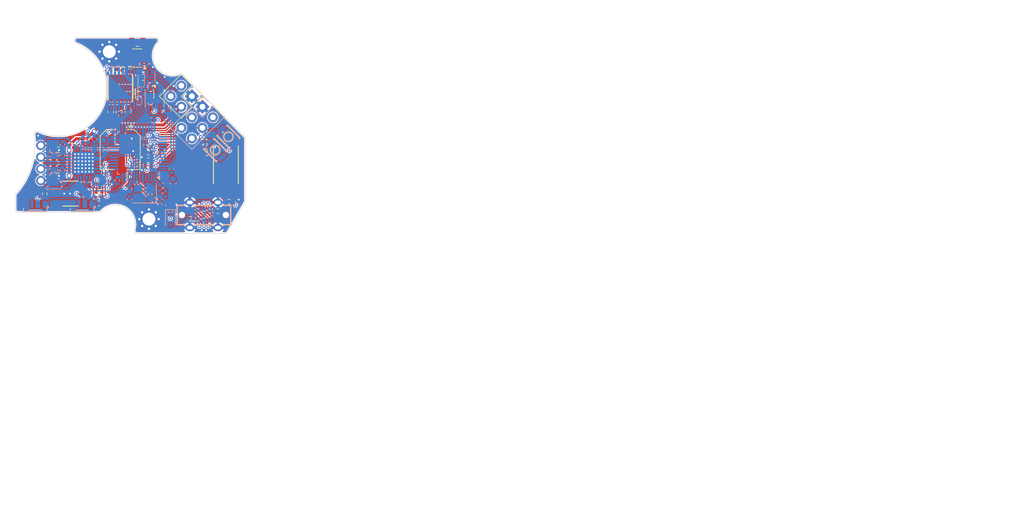
<source format=kicad_pcb>
(kicad_pcb (version 20241229) (generator "pcbnew") (generator_version "9.0")
  (layers (0 "F.Cu" signal) (4 "In1.Cu" signal) (6 "In2.Cu" signal) (2 "B.Cu" signal) (13 "F.Paste" user) (15 "B.Paste" user) (5 "F.SilkS" user "F.Silkscreen") (7 "B.SilkS" user "B.Silkscreen") (1 "F.Mask" user) (3 "B.Mask" user) (25 "Edge.Cuts" user))
  (net 0 "")
  (net 1 "GND")
  (net 2 "Net-(IC1-5VOUT)")
  (net 3 "Net-(IC1-CPI)")
  (net 4 "Net-(IC1-CPO)")
  (net 5 "Net-(IC1-VCP)")
  (net 6 "STEP_1_B2")
  (net 7 "STEP_1_B1")
  (net 8 "STEP_1_A2")
  (net 9 "STEP_1_A1")
  (net 10 "Net-(D5-A)")
  (net 11 "TMC_ENN")
  (net 12 "TMC_DIR")
  (net 13 "TMC_DIAG")
  (net 14 "TMC_UART")
  (net 15 "TMC_STEP")
  (net 21 "Net-(J14-CC2)")
  (net 22 "Net-(J14-CC1)")
  (net 23 "Net-(D6-A)")
  (net 24 "Net-(U2-PA2)")
  (net 26 "AS_SCK")
  (net 28 "DEBUG_SWO")
  (net 30 "TMC_BRB")
  (net 31 "TMC_BRA")
  (net 32 "USB_D-")
  (net 33 "USB_D+")
  (net 34 "CAN_TX")
  (net 35 "CAN_RX")
  (net 37 "CAN_H")
  (net 38 "CAN_L")
  (net 39 "VDC")
  (net 40 "+5V")
  (net 41 "+3V3")
  (net 43 "DEBUG_SWCLK")
  (net 44 "DEBUG_SWDIO")
  (net 45 "BOOT_0")
  (net 46 "BOOT_1")
  (net 47 "NRST")
  (net 48 "HSE_OSC_OUT")
  (net 49 "HSE_OSC_IN")
  (net 50 "AS_NSS")
  (net 51 "LED_0")
  (net 54 "Net-(U7-ANODE)")
  (net 55 "Net-(U3-ANODE)")
  (net 58 "/MCU/CAN_H_CHOKE")
  (net 60 "ENDSTOP_Z")
  (net 61 "ENDSTOP_X")
  (net 63 "/MCU/CAN_L_CHOKE")
  (net 66 "AS_MISO")
  (net 67 "AS_MOSI")
  (net 76 "Net-(U6-BST)")
  (net 77 "Net-(U6-SW)")
  (net 78 "LED_DIN")
  (net 79 "Net-(U3-OUTPUT)")
  (net 80 "Net-(U7-OUTPUT)")
  (net 81 "Net-(LED1-DOUT)")
  (net 82 "Net-(U2-PA4)")
  (net 84 "/MCU/DAMPEND_USB_D-")
  (net 85 "/MCU/DAMPEND_USB_D+")
  (footprint "Capacitor_SMD:C_0603_1608Metric" (layer "F.Cu") (at 114.4 98.175)
    (property "Reference" "C3" (hide yes))
    (property "Value" "1uF 16V" (hide yes))
  )
  (footprint "Capacitor_SMD:C_0805_2012Metric" (layer "F.Cu") (at 113.4125 92.1625 180)
    (property "Reference" "C27" (hide yes))
    (property "Value" "10uF 50V" (hide yes))
  )
  (footprint "Resistor_SMD:R_0402_1005Metric" (layer "F.Cu") (at 106.875 117.71)
    (property "Reference" "R2" (hide yes))
    (property "Value" "10K" (hide yes))
  )
  (footprint "Vortac:IND-SMD_L4.0-W4.0_FNR40XXS" (layer "F.Cu") (at 110.525 100 -90)
    (property "Reference" "L3" (hide yes))
    (property "Value" "4.7uH" (hide yes))
  )
  (footprint "Vortac:Motor_Hand_Wire_pads" (layer "F.Cu") (at 96.96 115.78 180)
    (property "Reference" "J15" (hide yes))
    (property "Value" "STEPPER" (hide yes))
  )
  (footprint "Capacitor_SMD:CP_Elec_6.3x7.7" (layer "F.Cu") (at 110.49 110.49 -90)
    (property "Reference" "C34" (hide yes))
    (property "Value" "100uF 35V" (hide yes))
  )
  (footprint "Vortac:VORTAC_Logo_Gold" (layer "F.Cu") (at 121.13 115.51)
    (property "Reference" "X1" (hide yes))
    (property "Value" "Logo Gold" (hide yes))
  )
  (footprint "Capacitor_SMD:C_0603_1608Metric" (layer "F.Cu") (at 111.8 104.1 -90)
    (property "Reference" "C8" (hide yes))
    (property "Value" "1uF 16V" (hide yes))
  )
  (footprint "Capacitor_SMD:C_0603_1608Metric" (layer "F.Cu") (at 110.325 104.1 -90)
    (property "Reference" "C31" (hide yes))
    (property "Value" "22uF 16V" (hide yes))
  )
  (footprint "Capacitor_SMD:C_0402_1005Metric" (layer "F.Cu") (at 125.27 109.16)
    (property "Reference" "C13" (hide yes))
    (property "Value" "0.1uF 50V" (hide yes))
  )
  (footprint "Capacitor_SMD:C_0603_1608Metric" (layer "F.Cu") (at 99.95 113.51)
    (property "Reference" "C4" (hide yes))
    (property "Value" "470pF 100V" (hide yes))
  )
  (footprint "Resistor_SMD:R_0402_1005Metric" (layer "F.Cu") (at 115.260026 110.07949)
    (property "Reference" "R36" (hide yes))
    (property "Value" "22R" (hide yes))
  )
  (footprint "Resistor_SMD:R_0402_1005Metric" (layer "F.Cu") (at 97.625 118.05 90)
    (property "Reference" "R6" (hide yes))
    (property "Value" "330R" (hide yes))
  )
  (footprint "Resistor_SMD:R_0402_1005Metric" (layer "F.Cu") (at 129.06 119.38 180)
    (property "Reference" "R5" (hide yes))
    (property "Value" "330R" (hide yes))
  )
  (footprint "Resistor_SMD:R_0402_1005Metric" (layer "F.Cu") (at 115.260026 111.01949)
    (property "Reference" "R35" (hide yes))
    (property "Value" "22R" (hide yes))
  )
  (footprint "Package_TO_SOT_SMD:TSOT-23-6" (layer "F.Cu") (at 113.4 94.9 180)
    (property "Reference" "U6" (hide yes))
    (property "Value" "AP63205WU" (hide yes))
  )
  (footprint "Resistor_SMD:R_0402_1005Metric" (layer "F.Cu") (at 115.26 112.29 180)
    (property "Reference" "R11" (hide yes))
    (property "Value" "10K" (hide yes))
  )
  (footprint "Resistor_SMD:R_0402_1005Metric" (layer "F.Cu") (at 109.39 96.79)
    (property "Reference" "R14" (hide yes))
    (property "Value" "10K" (hide yes))
  )
  (footprint "Capacitor_SMD:C_0402_1005Metric" (layer "F.Cu") (at 125.27 110.15 180)
    (property "Reference" "C25" (hide yes))
    (property "Value" "0.1uF 50V" (hide yes))
  )
  (footprint "Resistor_SMD:R_0402_1005Metric" (layer "F.Cu") (at 125.26 111.16)
    (property "Reference" "R15" (hide yes))
    (property "Value" "1K" (hide yes))
  )
  (footprint "Vortac:SENSOR_EE-SX3350_OMR" (layer "F.Cu") (at 128.5 113.1 90)
    (property "Reference" "U7" (hide yes))
    (property "Value" "EE-SX3350" (hide yes))
  )
  (footprint "Resistor_SMD:R_0402_1005Metric" (layer "F.Cu") (at 115.26 113.24)
    (property "Reference" "R8" (hide yes))
    (property "Value" "10K" (hide yes))
  )
  (footprint "Resistor_SMD:R_0402_1005Metric" (layer "F.Cu") (at 106.875 118.725 180)
    (property "Reference" "R1" (hide yes))
    (property "Value" "1K" (hide yes))
  )
  (footprint "Vortac:MountingHole_2.2mm_M2_Pad_Via_NTR" (layer "F.Cu") (at 115.39 122.35)
    (property "Reference" "H1" (hide yes))
    (property "Value" "MountingHole_Pad" (hide yes))
  )
  (footprint "Vortac:MountingHole_2.2mm_M2_Pad_Via_NTR" (layer "F.Cu") (at 108.63 93.81)
    (property "Reference" "H2" (hide yes))
    (property "Value" "MountingHole_Pad" (hide yes))
  )
  (footprint "Package_TO_SOT_SMD:SOT-23-5" (layer "F.Cu") (at 114.65 100.9875 -90)
    (property "Reference" "U1" (hide yes))
    (property "Value" "TLV73333PDBV" (hide yes))
  )
  (footprint "Capacitor_SMD:C_0603_1608Metric" (layer "F.Cu") (at 108.85 104.1 -90)
    (property "Reference" "C30" (hide yes))
    (property "Value" "22uF 16V" (hide yes))
  )
  (footprint "Capacitor_SMD:C_0603_1608Metric" (layer "F.Cu") (at 99.95 112.05)
    (property "Reference" "C6" (hide yes))
    (property "Value" "470pF 100V" (hide yes))
  )
  (footprint "Resistor_SMD:R_0402_1005Metric" (layer "F.Cu") (at 127.13 121 180)
    (property "Reference" "R3" (hide yes))
    (property "Value" "5.1K" (hide yes))
  )
  (footprint "Capacitor_SMD:C_0603_1608Metric" (layer "F.Cu") (at 99.955 110.59)
    (property "Reference" "C9" (hide yes))
    (property "Value" "470pF 100V" (hide yes))
  )
  (footprint "Resistor_SMD:R_0402_1005Metric" (layer "F.Cu") (at 122.39 122.31)
    (property "Reference" "R4" (hide yes))
    (property "Value" "5.1K" (hide yes))
  )
  (footprint "Capacitor_SMD:C_0402_1005Metric" (layer "F.Cu") (at 106.85 119.72)
    (property "Reference" "C19" (hide yes))
    (property "Value" "0.1uF 50V" (hide yes))
  )
  (footprint "Connector_PinHeader_2.54mm:PinHeader_2x02_P2.54mm_Vertical" (layer "F.Cu") (at 122.7 101.4 -135)
    (property "Reference" "J3" (hide yes))
    (property "Value" "Conn_02x02_Odd_Even" (hide yes))
  )
  (footprint "Vortac:SENSOR_EE-SX4320_OMR" (layer "F.Cu") (at 102 118)
    (property "Reference" "U3" (hide yes))
    (property "Value" "EE-SX4320" (hide yes))
  )
  (footprint "Capacitor_SMD:C_0603_1608Metric" (layer "F.Cu") (at 99.95 114.97)
    (property "Reference" "C1" (hide yes))
    (property "Value" "470pF 100V" (hide yes))
  )
  (footprint "Capacitor_SMD:C_0402_1005Metric" (layer "F.Cu") (at 110.85 96.495 90)
    (property "Reference" "C28" (hide yes))
    (property "Value" "0.1uF 50V" (hide yes))
  )
  (footprint "Resistor_SMD:R_0402_1005Metric" (layer "F.Cu") (at 112.03 115.14 -90)
    (property "Reference" "R9" (hide yes))
    (property "Value" "10K" (hide yes))
  )
  (footprint "Capacitor_SMD:C_0402_1005Metric" (layer "B.Cu") (at 110.24 104.33)
    (property "Reference" "C15" (hide yes))
    (property "Value" "0.1uF 50V" (hide yes))
  )
  (footprint "Capacitor_SMD:C_0402_1005Metric" (layer "B.Cu") (at 112.08 118.99 -90)
    (property "Reference" "C43" (hide yes))
    (property "Value" "16pF 50V" (hide yes))
  )
  (footprint "Capacitor_SMD:C_0402_1005Metric" (layer "B.Cu") (at 104.575 109.2 180)
    (property "Reference" "C23" (hide yes))
    (property "Value" "22nF 50V" (hide yes))
  )
  (footprint "Vortac:KEY-SMD_B3U-1000PM" (layer "B.Cu") (at 126.68 110.59 -45)
    (property "Reference" "SW1" (hide yes))
    (property "Value" "Boot" (hide yes))
  )
  (footprint "Capacitor_SMD:C_0402_1005Metric" (layer "B.Cu") (at 117.24 118.97 90)
    (property "Reference" "C42" (hide yes))
    (property "Value" "16pF 50V" (hide yes))
  )
  (footprint "Capacitor_SMD:C_0402_1005Metric" (layer "B.Cu") (at 119.16 103.56)
    (property "Reference" "C17" (hide yes))
    (property "Value" "0.1uF 50V" (hide yes))
  )
  (footprint "Package_QFP:LQFP-48_7x7mm_P0.5mm" (layer "B.Cu") (at 113.6 111.075 90)
    (property "Reference" "U2" (hide yes))
    (property "Value" "STM32F103C8T6" (hide yes))
  )
  (footprint "Resistor_SMD:R_0402_1005Metric" (layer "B.Cu") (at 104.65 108.275)
    (property "Reference" "R32" (hide yes))
    (property "Value" "10K" (hide yes))
  )
  (footprint "Vortac:tmc_2209_package" (layer "B.Cu") (at 104.29 112.78 -90)
    (property "Reference" "IC1" (hide yes))
    (property "Value" "TMC2209-LA" (hide yes))
  )
  (footprint "Resistor_SMD:R_0805_2012Metric" (layer "B.Cu") (at 99.215 110.7075 -90)
    (property "Reference" "R30" (hide yes))
    (property "Value" "0.22R 1%" (hide yes))
  )
  (footprint "Resistor_SMD:R_0402_1005Metric" (layer "B.Cu") (at 109.98 115.76 -90)
    (property "Reference" "R13" (hide yes))
    (property "Value" "1K" (hide yes))
  )
  (footprint "Capacitor_SMD:C_0402_1005Metric" (layer "B.Cu") (at 115.85 105.45)
    (property "Reference" "C36" (hide yes))
    (property "Value" "0.1uF 50V" (hide yes))
  )
  (footprint "Capacitor_SMD:C_0603_1608Metric" (layer "B.Cu") (at 107.675 108.15 90)
    (property "Reference" "C22" (hide yes))
    (property "Value" "4.7uF 50V" (hide yes))
  )
  (footprint "Capacitor_SMD:C_0402_1005Metric" (layer "B.Cu") (at 100.65 115.91 -90)
    (property "Reference" "C26" (hide yes))
    (property "Value" "0.1uF 50V" (hide yes))
  )
  (footprint "Capacitor_SMD:C_0402_1005Metric" (layer "B.Cu") (at 106.51 116.38)
    (property "Reference" "C21" (hide yes))
    (property "Value" "0.1uF 50V" (hide yes))
  )
  (footprint "Connector_PinSocket_2.54mm:PinSocket_2x03_P2.54mm_Vertical" (layer "B.Cu") (at 124.503949 103.203949 135)
    (property "Reference" "J1" (hide yes))
    (property "Value" "DEBUG" (hide yes))
  )
  (footprint "Capacitor_SMD:C_0402_1005Metric" (layer "B.Cu") (at 112.08 117.15 90)
    (property "Reference" "C33" (hide yes))
    (property "Value" "0.1uF 50V" (hide yes))
  )
  (footprint "Diode_SMD:D_SOD-323" (layer "B.Cu") (at 119.04 122.3475 -90)
    (property "Reference" "D5" (hide yes))
    (property "Value" "D_Schottky" (hide yes))
  )
  (footprint "Resistor_SMD:R_0402_1005Metric" (layer "B.Cu") (at 107.98 110.68 -90)
    (property "Reference" "R12" (hide yes))
    (property "Value" "10K" (hide yes))
  )
  (footprint "Vortac:USB-C-SMD_TYPEC-303-ACP16" (layer "B.Cu") (at 124.756 121.651)
    (property "Reference" "J14" (hide yes))
    (property "Value" "918-418K2023S40001" (hide yes))
  )
  (footprint "Resistor_SMD:R_0402_1005Metric" (layer "B.Cu") (at 106.5 118.43)
    (property "Reference" "R7" (hide yes))
    (property "Value" "115R" (hide yes))
  )
  (footprint "Vortac:LED-SMD_4P-L4.0-W1.6-L" (layer "B.Cu") (at 104 119.8 180)
    (property "Reference" "LED1" (hide yes))
    (property "Value" "SK6812SIDE-A-RVS" (hide yes))
  )
  (footprint "Capacitor_SMD:C_0402_1005Metric" (layer "B.Cu") (at 106.05 108.725 90)
    (property "Reference" "C24" (hide yes))
    (property "Value" "0.1uF 50V" (hide yes))
  )
  (footprint "Vortac:LED-SMD_4P-L4.0-W1.6-L" (layer "B.Cu") (at 96 119.8 180)
    (property "Reference" "LED2" (hide yes))
    (property "Value" "SK6812SIDE-A-RVS" (hide yes))
  )
  (footprint "Capacitor_SMD:C_0402_1005Metric" (layer "B.Cu") (at 119.23 113.89 -90)
    (property "Reference" "C37" (hide yes))
    (property "Value" "0.1uF 50V" (hide yes))
  )
  (footprint "Package_SO:TSSOP-14_4.4x5mm_P0.65mm" (layer "B.Cu") (at 110.91 100 -90)
    (property "Reference" "U5" (hide yes))
    (property "Value" "AS5047D" (hide yes))
  )
  (footprint "Resistor_SMD:R_0402_1005Metric" (layer "B.Cu") (at 117.73 117.55 180)
    (property "Reference" "R38" (hide yes))
    (property "Value" "22R" (hide yes))
  )
  (footprint "Capacitor_SMD:C_0402_1005Metric" (layer "B.Cu") (at 109.375 107 -90)
    (property "Reference" "C38" (hide yes))
    (property "Value" "0.1uF 50V" (hide yes))
  )
  (footprint "Resistor_SMD:R_0805_2012Metric" (layer "B.Cu") (at 99.22 114.8325 90)
    (property "Reference" "R34" (hide yes))
    (property "Value" "0.22R 1%" (hide yes))
  )
  (footprint "Capacitor_SMD:C_0402_1005Metric" (layer "B.Cu") (at 100.65 114.07 -90)
    (property "Reference" "C10" (hide yes))
    (property "Value" "0.1uF 50V" (hide yes))
  )
  (footprint "LED_SMD:LED_0402_1005Metric" (layer "B.Cu") (at 118.2 118.955 90)
    (property "Reference" "D6" (hide yes))
    (property "Value" "LED_Small" (hide yes))
  )
  (footprint "Capacitor_SMD:C_0402_1005Metric" (layer "B.Cu") (at 100.65 111.48 90)
    (property "Reference" "C2" (hide yes))
    (property "Value" "0.1uF 50V" (hide yes))
  )
  (footprint "Vortac:KEY-SMD_B3U-1000PM" (layer "B.Cu") (at 128.94 108.32 -45)
    (property "Reference" "SW2" (hide yes))
    (property "Value" "Reset" (hide yes))
  )
  (footprint "Vortac:L_CommonModeChoke_Coilcraft_0805USB" (layer "B.Cu") (at 115.535 98.13)
    (property "Reference" "L1" (hide yes))
    (property "Value" "Common Choke" (hide yes))
  )
  (footprint "Capacitor_SMD:C_0402_1005Metric" (layer "B.Cu") (at 117.75 116.6 180)
    (property "Reference" "C39" (hide yes))
    (property "Value" "0.1uF 50V" (hide yes))
  )
  (footprint "Vortac:HVSON-8-1EP_3x3mm_P0.65mm_EP1.6x2.4mm" (layer "B.Cu") (at 116.345 101.75 90)
    (property "Reference" "U8" (hide yes))
    (property "Value" "TJA1044GTK/3Z" (hide yes))
  )
  (footprint "Resistor_SMD:R_0402_1005Metric" (layer "B.Cu") (at 114.61 96.18 180)
    (property "Reference" "R10" (hide yes))
    (property "Value" "115R" (hide yes))
  )
  (footprint "Capacitor_SMD:C_0402_1005Metric" (layer "B.Cu") (at 114.12 99.82 90)
    (property "Reference" "C35" (hide yes))
    (property "Value" "0.1uF 50V" (hide yes))
  )
  (footprint "Capacitor_SMD:C_0402_1005Metric" (layer "B.Cu") (at 100.65 109.65 90)
    (property "Reference" "C29" (hide yes))
    (property "Value" "0.1uF 50V" (hide yes))
  )
  (footprint "Crystal:Crystal_SMD_3225-4Pin_3.2x2.5mm" (layer "B.Cu") (at 114.66 117.95 180)
    (property "Reference" "Y1" (hide yes))
    (property "Value" "8MHz" (hide yes))
  )
  (footprint "Capacitor_SMD:C_0603_1608Metric" (layer "B.Cu") (at 119.5 116.295 90)
    (property "Reference" "C40" (hide yes))
    (property "Value" "4.7uF 50V" (hide yes))
  )
  (gr_arc (start 93.12 121.162178) (mid 92.766454 121.01573) (end 92.62 120.662178) (stroke (width 0.1)) (layer "Edge.Cuts"))
  (gr_arc (start 128.802711 124.512241) (mid 128.619741 124.695211) (end 128.3698 124.762178) (stroke (width 0.1)) (layer "Edge.Cuts"))
  (gr_line (start 121.12993 97.74197) (end 131.65348 108.26552) (stroke (width 0.1)) (layer "Edge.Cuts"))
  (gr_line (start 106.855124 121.162178) (end 93.12 121.162178) (stroke (width 0.1)) (layer "Edge.Cuts"))
  (gr_arc (start 102.992436 92.365517) (mid 107.542367 103.217561) (end 96.560146 107.443615) (stroke (width 0.1)) (layer "Edge.Cuts"))
  (gr_arc (start 131.8 119.1868) (mid 131.782618 119.317515) (end 131.731669 119.439138) (stroke (width 0.1)) (layer "Edge.Cuts"))
  (gr_line (start 131.799979 108.6192) (end 131.8 108.6192) (stroke (width 0.1)) (layer "Edge.Cuts"))
  (gr_arc (start 107.229306 120.99984) (mid 111.312189 120.325629) (end 112.935023 124.132308) (stroke (width 0.1)) (layer "Edge.Cuts"))
  (gr_line (start 131.8 108.6192) (end 131.8 119.1868) (stroke (width 0.1)) (layer "Edge.Cuts"))
  (gr_line (start 92.62 120.662178) (end 92.62 118.3438) (stroke (width 0.1)) (layer "Edge.Cuts"))
  (gr_arc (start 102.992436 92.365517) (mid 102.683597 91.807153) (end 103.1749 91.4) (stroke (width 0.1)) (layer "Edge.Cuts"))
  (gr_arc (start 131.65348 108.26552) (mid 131.761894 108.42779) (end 131.799979 108.6192) (stroke (width 0.1)) (layer "Edge.Cuts"))
  (gr_arc (start 107.229306 120.99984) (mid 107.059528 121.120927) (end 106.855124 121.162178) (stroke (width 0.1)) (layer "Edge.Cuts"))
  (gr_arc (start 95.854658 107.962615) (mid 96.05411 107.494744) (end 96.560146 107.443615) (stroke (width 0.1)) (layer "Edge.Cuts"))
  (gr_arc (start 113.4179 124.762178) (mid 113.021042 124.566373) (end 112.935023 124.132308) (stroke (width 0.1)) (layer "Edge.Cuts"))
  (gr_line (start 128.3698 124.762178) (end 113.4179 124.762178) (stroke (width 0.1)) (layer "Edge.Cuts"))
  (gr_arc (start 92.62 118.3438) (mid 92.652981 118.16525) (end 92.747556 118.01025) (stroke (width 0.1)) (layer "Edge.Cuts"))
  (gr_line (start 103.1749 91.4) (end 116.5605 91.4) (stroke (width 0.1)) (layer "Edge.Cuts"))
  (gr_arc (start 120.597639 97.628581) (mid 120.880565 97.606503) (end 121.12993 97.74197) (stroke (width 0.1)) (layer "Edge.Cuts"))
  (gr_line (start 131.731669 119.439138) (end 128.802711 124.512241) (stroke (width 0.1)) (layer "Edge.Cuts"))
  (gr_arc (start 116.5605 91.4) (mid 117.018115 91.698535) (end 116.929288 92.237659) (stroke (width 0.1)) (layer "Edge.Cuts"))
  (gr_arc (start 120.597639 97.628581) (mid 116.630414 96.38461) (end 116.929288 92.237659) (stroke (width 0.1)) (layer "Edge.Cuts"))
  (gr_arc (start 95.854658 107.962615) (mid 95.399578 113.326121) (end 92.747556 118.01025) (stroke (width 0.1)) (layer "Edge.Cuts"))
  (segment (start 100.95 118) (end 99.45 118) (width 0.3) (layer "F.Cu") (net 1))
  (segment (start 112.25 94.75) (end 112.25 93.1625) (width 0.3) (layer "F.Cu") (net 1))
  (segment (start 106.045 119.4) (end 106.37 119.725) (width 0.3) (layer "F.Cu") (net 1))
  (segment (start 103.35 119.4) (end 104.55 119.4) (width 0.3) (layer "F.Cu") (net 1))
  (segment (start 129.9 117.599999) (end 128.5 117.599999) (width 0.3) (layer "F.Cu") (net 1))
  (segment (start 114.25 111.79) (end 114.75 112.29) (width 0.3) (layer "F.Cu") (net 1))
  (segment (start 104.55 119.4) (end 106.045 119.4) (width 0.3) (layer "F.Cu") (net 1))
  (segment (start 130.695 119.025) (end 129.9 118.23) (width 0.3) (layer "F.Cu") (net 1))
  (segment (start 114.71 112.33) (end 114.75 112.29) (width 0.3) (layer "F.Cu") (net 1))
  (segment (start 101.95 118) (end 103.35 119.4) (width 0.3) (layer "F.Cu") (net 1))
  (segment (start 112.25 93.1625) (end 112.45 92.9625) (width 0.3) (layer "F.Cu") (net 1))
  (segment (start 127.156 123.801) (end 126.774936 124.182064) (width 0.3) (layer "F.Cu") (net 1))
  (segment (start 122.356 123.801) (end 122.732122 124.177122) (width 0.3) (layer "F.Cu") (net 1))
  (segment (start 99.45 119.4) (end 99.45 118) (width 0.3) (layer "F.Cu") (net 1))
  (segment (start 114.18 111.79) (end 114.25 111.79) (width 0.3) (layer "F.Cu") (net 1))
  (segment (start 129.9 118.23) (end 129.9 117.599999) (width 0.3) (layer "F.Cu") (net 1))
  (via (at 112.45 108.62) (size 0.6) (drill 0.3) (layers "F.Cu" "B.Cu") (net 1))
  (via (at 125.137895 124.241183) (size 0.6) (drill 0.3) (layers "F.Cu" "B.Cu") (net 1))
  (via (at 112.7 110.75) (size 0.6) (drill 0.3) (layers "F.Cu" "B.Cu") (net 1))
  (via (at 97.710002 110.779999) (size 0.6) (drill 0.3) (layers "F.Cu" "B.Cu") (net 1))
  (via (at 116.320026 109.45949) (size 0.6) (drill 0.3) (layers "F.Cu" "B.Cu") (net 1))
  (via (at 100.95 118) (size 0.6) (drill 0.3) (layers "F.Cu" "B.Cu") (net 1))
  (via (at 123.959919 119.74) (size 0.6) (drill 0.3) (layers "F.Cu" "B.Cu") (net 1))
  (via (at 100.075 114.99) (size 0.6) (drill 0.3) (layers "F.Cu" "B.Cu") (net 1))
  (via (at 114.395 97.303001) (size 0.6) (drill 0.3) (layers "F.Cu" "B.Cu") (net 1))
  (via (at 120.254235 107.917458) (size 0.6) (drill 0.3) (layers "F.Cu" "B.Cu") (net 1))
  (via (at 118.06 100.47) (size 0.6) (drill 0.3) (layers "F.Cu" "B.Cu") (net 1))
  (via (at 100.08 110.57011) (size 0.6) (drill 0.3) (layers "F.Cu" "B.Cu") (net 1))
  (via (at 116.068001 96.431999) (size 0.6) (drill 0.3) (layers "F.Cu" "B.Cu") (net 1))
  (via (at 126.65 110.1) (size 0.6) (drill 0.3) (layers "F.Cu" "B.Cu") (net 1))
  (via (at 119.60512 99.659118) (size 0.6) (drill 0.3) (layers "F.Cu" "B.Cu") (net 1))
  (via (at 101.95 118) (size 0.6) (drill 0.3) (layers "F.Cu" "B.Cu") (net 1))
  (via (at 124.38 124.25) (size 0.6) (drill 0.3) (layers "F.Cu" "B.Cu") (net 1))
  (via (at 114.18 114.01) (size 0.6) (drill 0.3) (layers "F.Cu" "B.Cu") (net 1))
  (via (at 96.5 108.13) (size 0.6) (drill 0.3) (layers "F.Cu" "B.Cu") (net 1))
  (via (at 116.81 99.13) (size 0.6) (drill 0.3) (layers "F.Cu" "B.Cu") (net 1))
  (via (at 116.320026 111.63949) (size 0.6) (drill 0.3) (layers "F.Cu" "B.Cu") (net 1))
  (via (at 108.530001 114.613248) (size 0.6) (drill 0.3) (layers "F.Cu" "B.Cu") (net 1))
  (via (at 97.710002 114.779998) (size 0.6) (drill 0.3) (layers "F.Cu" "B.Cu") (net 1))
  (via (at 120.07 119.879) (size 0.6) (drill 0.3) (layers "F.Cu" "B.Cu") (net 1))
  (via (at 112.52 113.99) (size 0.6) (drill 0.3) (layers "F.Cu" "B.Cu") (net 1))
  (via (at 114.18 111.79) (size 0.6) (drill 0.3) (layers "F.Cu" "B.Cu") (net 1))
  (via (at 120.07 121.53) (size 0.6) (drill 0.3) (layers "F.Cu" "B.Cu") (net 1))
  (via (at 109.04 116.43) (size 0.6) (drill 0.3) (layers "F.Cu" "B.Cu") (net 1))
  (via (at 130.695 119.025) (size 0.6) (drill 0.3) (layers "F.Cu" "B.Cu") (net 1))
  (via (at 118.062847 98.110314) (size 0.6) (drill 0.3) (layers "F.Cu" "B.Cu") (net 1))
  (segment (start 109.61 104.18) (end 109.76 104.33) (width 0.3) (layer "B.Cu") (net 1))
  (segment (start 115.85 105.93) (end 115.37 105.45) (width 0.3) (layer "B.Cu") (net 1))
  (segment (start 115.85 106.9125) (end 115.85 105.93) (width 0.3) (layer "B.Cu") (net 1))
  (segment (start 109.61 102.8625) (end 109.61 104.18) (width 0.3) (layer "B.Cu") (net 1))
  (segment (start 106.79 109.81) (end 106.79 111.28) (width 0.2) (layer "B.Cu") (net 2))
  (segment (start 107.675 108.925) (end 106.79 109.81) (width 0.2) (layer "B.Cu") (net 2))
  (segment (start 105.055 109.2) (end 104.79 109.465) (width 0.2) (layer "B.Cu") (net 3))
  (segment (start 104.79 109.465) (end 104.79 110.28) (width 0.2) (layer "B.Cu") (net 3))
  (segment (start 104.095 109.2) (end 104.29 109.395) (width 0.2) (layer "B.Cu") (net 4))
  (segment (start 104.29 109.395) (end 104.29 110.28) (width 0.2) (layer "B.Cu") (net 4))
  (segment (start 105.29 109.831838) (end 105.29 110.28) (width 0.2) (layer "B.Cu") (net 5))
  (segment (start 106.05 109.205) (end 105.916838 109.205) (width 0.2) (layer "B.Cu") (net 5))
  (segment (start 105.916838 109.205) (end 105.29 109.831838) (width 0.2) (layer "B.Cu") (net 5))
  (segment (start 97.92 109.78) (end 98.73 110.59) (width 0.3) (layer "F.Cu") (net 6))
  (segment (start 98.73 110.59) (end 99.265 110.59) (width 0.3) (layer "F.Cu") (net 6))
  (segment (start 96.96 109.78) (end 97.92 109.78) (width 0.3) (layer "F.Cu") (net 6))
  (segment (start 102.79 109.880001) (end 101.449999 108.54) (width 0.3) (layer "B.Cu") (net 6))
  (segment (start 101.449999 108.54) (end 98.155 108.54) (width 0.3) (layer "B.Cu") (net 6))
  (segment (start 98.155 108.54) (end 96.89 109.805) (width 0.3) (layer "B.Cu") (net 6))
  (segment (start 102.79 110.28) (end 102.79 109.880001) (width 0.3) (layer "B.Cu") (net 6))
  (segment (start 99.15 111.94) (end 99.26 112.05) (width 0.3) (layer "F.Cu") (net 7))
  (segment (start 97.12 111.94) (end 99.15 111.94) (width 0.3) (layer "F.Cu") (net 7))
  (segment (start 96.96 111.78) (end 97.12 111.94) (width 0.3) (layer "F.Cu") (net 7))
  (segment (start 97.72 112.54) (end 96.96 111.78) (width 0.3) (layer "B.Cu") (net 7))
  (segment (start 101.00755 112.54) (end 97.72 112.54) (width 0.3) (layer "B.Cu") (net 7))
  (segment (start 101.79 112.28) (end 101.26755 112.28) (width 0.3) (layer "B.Cu") (net 7))
  (segment (start 101.26755 112.28) (end 101.00755 112.54) (width 0.3) (layer "B.Cu") (net 7))
  (segment (start 96.96 115.78) (end 97.87 115.78) (width 0.3) (layer "F.Cu") (net 8))
  (segment (start 97.87 115.78) (end 98.68 114.97) (width 0.3) (layer "F.Cu") (net 8))
  (segment (start 98.68 114.97) (end 99.26 114.97) (width 0.3) (layer "F.Cu") (net 8))
  (segment (start 98.131 117.046) (end 96.89 115.805) (width 0.3) (layer "B.Cu") (net 8))
  (segment (start 102.79 115.679999) (end 101.423999 117.046) (width 0.3) (layer "B.Cu") (net 8))
  (segment (start 101.423999 117.046) (end 98.131 117.046) (width 0.3) (layer "B.Cu") (net 8))
  (segment (start 102.79 115.28) (end 102.79 115.679999) (width 0.3) (layer "B.Cu") (net 8))
  (segment (start 97.14 113.6) (end 99.17 113.6) (width 0.3) (layer "F.Cu") (net 9))
  (segment (start 99.17 113.6) (end 99.26 113.51) (width 0.3) (layer "F.Cu") (net 9))
  (segment (start 96.96 113.78) (end 97.14 113.6) (width 0.3) (layer "F.Cu") (net 9))
  (segment (start 101.79 113.28) (end 101.27755 113.28) (width 0.3) (layer "B.Cu") (net 9))
  (segment (start 101.00755 113.01) (end 97.73 113.01) (width 0.3) (layer "B.Cu") (net 9))
  (segment (start 97.73 113.01) (end 96.96 113.78) (width 0.3) (layer "B.Cu") (net 9))
  (segment (start 101.27755 113.28) (end 101.00755 113.01) (width 0.3) (layer "B.Cu") (net 9))
  (segment (start 119.04 123.3975) (end 120.221388 123.3975) (width 0.2) (layer "B.Cu") (net 10))
  (segment (start 123.731687 119.189) (end 123.408919 119.511768) (width 0.2) (layer "B.Cu") (net 10))
  (segment (start 122.9 122.51) (end 123.29 122.51) (width 0.2) (layer "B.Cu") (net 10))
  (segment (start 122.7 122.31) (end 122.9 122.51) (width 0.2) (layer "B.Cu") (net 10))
  (segment (start 122.218112 121.825) (end 122.7 122.306888) (width 0.2) (layer "B.Cu") (net 10))
  (segment (start 123.408919 119.511768) (end 123.408919 120.178919) (width 0.2) (layer "B.Cu") (net 10))
  (segment (start 123.29 122.51) (end 123.291 122.511) (width 0.2) (layer "B.Cu") (net 10))
  (segment (start 123.506 120.781) (end 123.506 122.511) (width 0.2) (layer "B.Cu") (net 10))
  (segment (start 121.793888 121.825) (end 122.218112 121.825) (width 0.2) (layer "B.Cu") (net 10))
  (segment (start 126.01 120.16) (end 126.061003 120.108997) (width 0.2) (layer "B.Cu") (net 10))
  (segment (start 126.006 120.781) (end 126.006 122.511) (width 0.2) (layer "B.Cu") (net 10))
  (segment (start 123.506 120.276) (end 123.506 120.781) (width 0.2) (layer "B.Cu") (net 10))
  (segment (start 120.221388 123.3975) (end 121.793888 121.825) (width 0.2) (layer "B.Cu") (net 10))
  (segment (start 123.408919 120.178919) (end 123.506 120.276) (width 0.2) (layer "B.Cu") (net 10))
  (segment (start 125.738235 119.189) (end 123.731687 119.189) (width 0.2) (layer "B.Cu") (net 10))
  (segment (start 126.061003 119.511768) (end 125.738235 119.189) (width 0.2) (layer "B.Cu") (net 10))
  (segment (start 126.061003 120.108997) (end 126.061003 119.511768) (width 0.2) (layer "B.Cu") (net 10))
  (segment (start 122.7 122.306888) (end 122.7 122.31) (width 0.2) (layer "B.Cu") (net 10))
  (segment (start 126.006 120.781) (end 126.01 120.777) (width 0.2) (layer "B.Cu") (net 10))
  (segment (start 126.01 120.777) (end 126.01 120.16) (width 0.2) (layer "B.Cu") (net 10))
  (segment (start 123.291 122.511) (end 123.506 122.511) (width 0.2) (layer "B.Cu") (net 10))
  (segment (start 111.58 110.91) (end 111.04 110.37) (width 0.2) (layer "F.Cu") (net 11))
  (segment (start 111.58 112.870624) (end 111.58 110.91) (width 0.2) (layer "F.Cu") (net 11))
  (segment (start 111.04 110.37) (end 104.26 110.37) (width 0.2) (layer "F.Cu") (net 11))
  (segment (start 111.74 113.030624) (end 111.58 112.870624) (width 0.2) (layer "F.Cu") (net 11))
  (segment (start 104.26 110.37) (end 103.29 109.4) (width 0.2) (layer "F.Cu") (net 11))
  (via (at 111.74 113.030624) (size 0.6) (drill 0.3) (layers "F.Cu" "B.Cu") (net 11))
  (via (at 103.29 109.4) (size 0.6) (drill 0.3) (layers "F.Cu" "B.Cu") (net 11))
  (segment (start 111.74 113.030624) (end 111.74 113.190624) (width 0.2) (layer "B.Cu") (net 11))
  (segment (start 111.74 113.190624) (end 111.85 113.300624) (width 0.2) (layer "B.Cu") (net 11))
  (segment (start 104.14 108.275) (end 103.29 109.125) (width 0.2) (layer "B.Cu") (net 11))
  (segment (start 111.85 113.300624) (end 111.85 115.2375) (width 0.2) (layer "B.Cu") (net 11))
  (segment (start 103.29 109.125) (end 103.29 109.4) (width 0.2) (layer "B.Cu") (net 11))
  (segment (start 103.29 109.4) (end 103.29 110.28) (width 0.2) (layer "B.Cu") (net 11))
  (segment (start 105.626176 117.55) (end 109.738112 117.55) (width 0.2) (layer "B.Cu") (net 12))
  (segment (start 103.79 115.713824) (end 105.626176 117.55) (width 0.2) (layer "B.Cu") (net 12))
  (segment (start 111.35 115.938112) (end 111.35 115.2375) (width 0.2) (layer "B.Cu") (net 12))
  (segment (start 109.738112 117.55) (end 111.35 115.938112) (width 0.2) (layer "B.Cu") (net 12))
  (segment (start 103.79 115.28) (end 103.79 115.713824) (width 0.2) (layer "B.Cu") (net 12))
  (segment (start 107.259628 112.78) (end 106.79 112.78) (width 0.2) (layer "B.Cu") (net 13))
  (segment (start 108.714628 111.325) (end 107.259628 112.78) (width 0.2) (layer "B.Cu") (net 13))
  (segment (start 109.4375 111.325) (end 108.714628 111.325) (width 0.2) (layer "B.Cu") (net 13))
  (segment (start 108.49 117) (end 108.49 115.362183) (width 0.2) (layer "F.Cu") (net 14))
  (via (at 108.49 117) (size 0.6) (drill 0.3) (layers "F.Cu" "B.Cu") (net 14))
  (via (at 108.49 115.362183) (size 0.6) (drill 0.3) (layers "F.Cu" "B.Cu") (net 14))
  (segment (start 106.79 114.28) (end 107.407817 114.28) (width 0.2) (layer "B.Cu") (net 14))
  (segment (start 108.49 117) (end 109.25 117) (width 0.2) (layer "B.Cu") (net 14))
  (segment (start 107.407817 114.28) (end 108.49 115.362183) (width 0.2) (layer "B.Cu") (net 14))
  (segment (start 109.25 117) (end 109.98 116.27) (width 0.2) (layer "B.Cu") (net 14))
  (segment (start 105.29 116.506838) (end 105.833162 117.05) (width 0.2) (layer "B.Cu") (net 15))
  (segment (start 105.29 115.28) (end 105.29 116.506838) (width 0.2) (layer "B.Cu") (net 15))
  (segment (start 109.08 115.55) (end 109.08 113.825) (width 0.2) (layer "B.Cu") (net 15))
  (segment (start 107.58 117.05) (end 109.08 115.55) (width 0.2) (layer "B.Cu") (net 15))
  (segment (start 105.833162 117.05) (end 107.58 117.05) (width 0.2) (layer "B.Cu") (net 15))
  (segment (start 109.08 113.825) (end 109.4375 113.825) (width 0.2) (layer "B.Cu") (net 15))
  (segment (start 125.510003 120.170003) (end 126.34 121) (width 0.2) (layer "F.Cu") (net 21))
  (segment (start 125.510003 119.74) (end 125.510003 120.170003) (width 0.2) (layer "F.Cu") (net 21))
  (segment (start 126.34 121) (end 126.62 121) (width 0.2) (layer "F.Cu") (net 21))
  (via (at 125.510003 119.74) (size 0.6) (drill 0.3) (layers "F.Cu" "B.Cu") (net 21))
  (segment (start 124.009997 123.139997) (end 123.18 122.31) (width 0.2) (layer "F.Cu") (net 22))
  (segment (start 124.009997 123.59) (end 124.009997 123.139997) (width 0.2) (layer "F.Cu") (net 22))
  (segment (start 123.18 122.31) (end 122.9 122.31) (width 0.2) (layer "F.Cu") (net 22))
  (via (at 124.009997 123.59) (size 0.6) (drill 0.3) (layers "F.Cu" "B.Cu") (net 22))
  (segment (start 124.006 123.586003) (end 124.009997 123.59) (width 0.2) (layer "B.Cu") (net 22))
  (segment (start 124.006 122.511) (end 124.006 123.586003) (width 0.2) (layer "B.Cu") (net 22))
  (segment (start 110.85 115.2375) (end 109.9925 115.2375) (width 0.2) (layer "B.Cu") (net 24))
  (segment (start 109.9925 115.2375) (end 109.98 115.25) (width 0.2) (layer "B.Cu") (net 24))
  (segment (start 113.662 103.863001) (end 111.35 106.175001) (width 0.2) (layer "B.Cu") (net 26))
  (segment (start 109.61 97.877772) (end 113.662 101.929771) (width 0.2) (layer "B.Cu") (net 26))
  (segment (start 111.35 106.175001) (end 111.35 106.9125) (width 0.2) (layer "B.Cu") (net 26))
  (segment (start 109.61 97.1375) (end 109.61 97.877772) (width 0.2) (layer "B.Cu") (net 26))
  (segment (start 113.662 101.929771) (end 113.662 103.863001) (width 0.2) (layer "B.Cu") (net 26))
  (segment (start 115.653329 109.07631) (end 115.821149 108.90849) (width 0.2) (layer "F.Cu") (net 28))
  (segment (start 116.89 109.23) (end 122.070001 109.23) (width 0.2) (layer "F.Cu") (net 28))
  (segment (start 115.821149 108.90849) (end 116.56849 108.90849) (width 0.2) (layer "F.Cu") (net 28))
  (segment (start 115.653329 109.115951) (end 115.653329 109.07631) (width 0.2) (layer "F.Cu") (net 28))
  (segment (start 116.56849 108.90849) (end 116.89 109.23) (width 0.2) (layer "F.Cu") (net 28))
  (segment (start 122.070001 109.23) (end 122.707898 108.592103) (width 0.2) (layer "F.Cu") (net 28))
  (via (at 115.653329 109.115951) (size 0.6) (drill 0.3) (layers "F.Cu" "B.Cu") (net 28))
  (segment (start 116.600001 108.9) (end 117.025001 109.325) (width 0.2) (layer "B.Cu") (net 28))
  (segment (start 115.653329 109.07631) (end 115.829639 108.9) (width 0.2) (layer "B.Cu") (net 28))
  (segment (start 115.829639 108.9) (end 116.600001 108.9) (width 0.2) (layer "B.Cu") (net 28))
  (segment (start 115.653329 109.115951) (end 115.653329 109.07631) (width 0.2) (layer "B.Cu") (net 28))
  (segment (start 117.025001 109.325) (end 117.7625 109.325) (width 0.2) (layer "B.Cu") (net 28))
  (segment (start 101.79 111.78) (end 100.825 111.78) (width 0.3) (layer "B.Cu") (net 30))
  (segment (start 100.825 111.78) (end 100.64 111.965) (width 0.3) (layer "B.Cu") (net 30))
  (segment (start 99.475 111.965) (end 99.14 111.63) (width 0.3) (layer "B.Cu") (net 30))
  (segment (start 100.64 111.965) (end 99.475 111.965) (width 0.3) (layer "B.Cu") (net 30))
  (segment (start 100.64 113.595) (end 99.475 113.595) (width 0.3) (layer "B.Cu") (net 31))
  (segment (start 99.475 113.595) (end 99.14 113.93) (width 0.3) (layer "B.Cu") (net 31))
  (segment (start 100.825 113.78) (end 100.64 113.595) (width 0.3) (layer "B.Cu") (net 31))
  (segment (start 101.79 113.78) (end 100.825 113.78) (width 0.3) (layer "B.Cu") (net 31))
  (segment (start 113.58 111.35781) (end 113.58 116.11219) (width 0.3) (layer "F.Cu") (net 32))
  (segment (start 124.76 119.74) (end 124.76 120.69) (width 0.3) (layer "F.Cu") (net 32))
  (segment (start 114.16681 110.771) (end 113.58 111.35781) (width 0.3) (layer "F.Cu") (net 32))
  (segment (start 125.36 122.5) (end 125.36 123.340057) (width 0.3) (layer "F.Cu") (net 32))
  (segment (start 125.361 123.440997) (end 125.510003 123.59) (width 0.3) (layer "F.Cu") (net 32))
  (segment (start 114.750026 111.01949) (end 114.501536 110.771) (width 0.3) (layer "F.Cu") (net 32))
  (segment (start 126.25 122.97) (end 125.63 123.59) (width 0.3) (layer "F.Cu") (net 32))
  (segment (start 114.501536 110.771) (end 114.16681 110.771) (width 0.3) (layer "F.Cu") (net 32))
  (segment (start 125.36 123.340057) (end 125.361 123.341057) (width 0.3) (layer "F.Cu") (net 32))
  (segment (start 124.76 120.69) (end 126.25 122.18) (width 0.3) (layer "F.Cu") (net 32))
  (segment (start 126.25 122.18) (end 126.25 122.97) (width 0.3) (layer "F.Cu") (net 32))
  (segment (start 125.361 123.341057) (end 125.361 123.440997) (width 0.3) (layer "F.Cu") (net 32))
  (segment (start 125.63 123.59) (end 125.510003 123.59) (width 0.3) (layer "F.Cu") (net 32))
  (segment (start 117.94681 120.479) (end 123.339 120.479) (width 0.3) (layer "F.Cu") (net 32))
  (segment (start 123.339 120.479) (end 125.36 122.5) (width 0.3) (layer "F.Cu") (net 32))
  (segment (start 113.58 116.11219) (end 117.94681 120.479) (width 0.3) (layer "F.Cu") (net 32))
  (via (at 124.76 119.74) (size 0.6) (drill 0.3) (layers "F.Cu" "B.Cu") (net 32))
  (via (at 125.510003 123.59) (size 0.6) (drill 0.3) (layers "F.Cu" "B.Cu") (net 32))
  (segment (start 125.510003 123.49006) (end 125.510003 123.59) (width 0.3) (layer "B.Cu") (net 32))
  (segment (start 124.506 119.994) (end 124.76 119.74) (width 0.3) (layer "B.Cu") (net 32))
  (segment (start 125.006 122.986057) (end 125.510003 123.49006) (width 0.3) (layer "B.Cu") (net 32))
  (segment (start 125.006 122.511) (end 125.006 122.986057) (width 0.3) (layer "B.Cu") (net 32))
  (segment (start 124.506 120.781) (end 124.506 119.994) (width 0.3) (layer "B.Cu") (net 32))
  (segment (start 124.909 122.68681) (end 124.909 123.441) (width 0.3) (layer "F.Cu") (net 33))
  (segment (start 123.15219 120.93) (end 124.909 122.68681) (width 0.3) (layer "F.Cu") (net 33))
  (segment (start 113.129 111.171) (end 113.129 116.299) (width 0.3) (layer "F.Cu") (net 33))
  (segment (start 113.129 116.299) (end 117.76 120.93) (width 0.3) (layer "F.Cu") (net 33))
  (segment (start 114.509516 110.32) (end 113.98 110.32) (width 0.3) (layer "F.Cu") (net 33))
  (segment (start 113.98 110.32) (end 113.129 111.171) (width 0.3) (layer "F.Cu") (net 33))
  (segment (start 114.750026 110.07949) (end 114.509516 110.32) (width 0.3) (layer "F.Cu") (net 33))
  (segment (start 117.76 120.93) (end 123.15219 120.93) (width 0.3) (layer "F.Cu") (net 33))
  (segment (start 124.909 123.441) (end 124.76 123.59) (width 0.3) (layer "F.Cu") (net 33))
  (via (at 124.76 123.59) (size 0.6) (drill 0.3) (layers "F.Cu" "B.Cu") (net 33))
  (segment (start 124.506 121.894) (end 125.006 121.394) (width 0.3) (layer "B.Cu") (net 33))
  (segment (start 124.76 123.49006) (end 124.76 123.59) (width 0.3) (layer "B.Cu") (net 33))
  (segment (start 125.006 121.394) (end 125.006 120.781) (width 0.3) (layer "B.Cu") (net 33))
  (segment (start 124.506 123.23606) (end 124.76 123.49006) (width 0.3) (layer "B.Cu") (net 33))
  (segment (start 124.506 122.511) (end 124.506 123.23606) (width 0.3) (layer "B.Cu") (net 33))
  (segment (start 124.506 122.511) (end 124.506 121.894) (width 0.3) (layer "B.Cu") (net 33))
  (segment (start 119.62 112.08) (end 118.875 112.825) (width 0.2) (layer "B.Cu") (net 34))
  (segment (start 117.32 103.2) (end 117.32 104.09) (width 0.2) (layer "B.Cu") (net 34))
  (segment (start 118.875 112.825) (end 117.7625 112.825) (width 0.2) (layer "B.Cu") (net 34))
  (segment (start 119.62 106.39) (end 119.62 112.08) (width 0.2) (layer "B.Cu") (net 34))
  (segment (start 117.32 104.09) (end 119.62 106.39) (width 0.2) (layer "B.Cu") (net 34))
  (segment (start 119.149 106.599) (end 117.06 104.51) (width 0.2) (layer "B.Cu") (net 35))
  (segment (start 117.7625 112.325) (end 118.705 112.325) (width 0.2) (layer "B.Cu") (net 35))
  (segment (start 118.705 112.325) (end 119.149 111.881) (width 0.2) (layer "B.Cu") (net 35))
  (segment (start 115.73 104.51) (end 115.37 104.15) (width 0.2) (layer "B.Cu") (net 35))
  (segment (start 119.149 111.881) (end 119.149 106.599) (width 0.2) (layer "B.Cu") (net 35))
  (segment (start 117.06 104.51) (end 115.73 104.51) (width 0.2) (layer "B.Cu") (net 35))
  (segment (start 115.37 104.15) (end 115.37 103.2) (width 0.2) (layer "B.Cu") (net 35))
  (segment (start 120.903949 99.603949) (end 120.267898 100.24) (width 0.254) (layer "B.Cu") (net 37))
  (segment (start 116.225 97.55) (end 115.97 97.295) (width 0.254) (layer "B.Cu") (net 37))
  (segment (start 115.97 97.15) (end 115.97 97.295) (width 0.254) (layer "B.Cu") (net 37))
  (segment (start 120.267898 100.24) (end 119.37 100.24) (width 0.254) (layer "B.Cu") (net 37))
  (segment (start 116.68 97.55) (end 116.225 97.55) (width 0.254) (layer "B.Cu") (net 37))
  (segment (start 119.37 100.24) (end 116.68 97.55) (width 0.254) (layer "B.Cu") (net 37))
  (segment (start 115.12 96.3) (end 115.97 97.15) (width 0.254) (layer "B.Cu") (net 37))
  (segment (start 115.12 96.18) (end 115.12 96.3) (width 0.254) (layer "B.Cu") (net 37))
  (segment (start 114.1 96.18) (end 114.21 96.18) (width 0.254) (layer "B.Cu") (net 38))
  (segment (start 115.38 97.955) (end 116.392757 97.954999) (width 0.254) (layer "B.Cu") (net 38))
  (segment (start 116.392757 97.954999) (end 116.512244 97.955) (width 0.254) (layer "B.Cu") (net 38))
  (segment (start 116.512244 97.955) (end 119.107898 100.550654) (width 0.254) (layer "B.Cu") (net 38))
  (segment (start 115.1 97.295) (end 115.1 97.675) (width 0.254) (layer "B.Cu") (net 38))
  (segment (start 114.21 96.18) (end 115.1 97.07) (width 0.254) (layer "B.Cu") (net 38))
  (segment (start 115.1 97.07) (end 115.1 97.295) (width 0.254) (layer "B.Cu") (net 38))
  (segment (start 119.107898 100.550654) (end 119.107898 101.4) (width 0.254) (layer "B.Cu") (net 38))
  (segment (start 115.1 97.675) (end 115.38 97.955) (width 0.254) (layer "B.Cu") (net 38))
  (segment (start 120.903949 103.266051) (end 117.86 106.31) (width 0.5) (layer "F.Cu") (net 39))
  (segment (start 107.105 106.32) (end 110.525 106.32) (width 0.5) (layer "F.Cu") (net 39))
  (segment (start 101.79 109.837925) (end 101.79 110.61) (width 0.5) (layer "F.Cu") (net 39))
  (segment (start 110.525 106.32) (end 110.525 107.775) (width 0.5) (layer "F.Cu") (net 39))
  (segment (start 110.05 108.25) (end 110.525 107.775) (width 0.5) (layer "F.Cu") (net 39))
  (segment (start 104.776 108.649) (end 102.978925 108.649) (width 0.5) (layer "F.Cu") (net 39))
  (segment (start 115.0916 95.7) (end 114.525 95.7) (width 0.5) (layer "F.Cu") (net 39))
  (segment (start 114.625 95.5875) (end 114.625 94.6375) (width 0.5) (layer "F.Cu") (net 39))
  (segment (start 114.625 93.025) (end 114.45 92.85) (width 0.5) (layer "F.Cu") (net 39))
  (segment (start 114.625 94.6375) (end 114.625 93.025) (width 0.5) (layer "F.Cu") (net 39))
  (segment (start 117.86 106.31) (end 110.525 106.31) (width 0.5) (layer "F.Cu") (net 39))
  (segment (start 106.05 107.375) (end 104.776 108.649) (width 0.5) (layer "F.Cu") (net 39))
  (segment (start 120.903949 103.196051) (end 120.903949 103.266051) (width 0.5) (layer "F.Cu") (net 39))
  (segment (start 110.525 106.31) (end 110.525 107.775) (width 0.5) (layer "F.Cu") (net 39))
  (segment (start 120.903949 103.196051) (end 119.064057 103.196051) (width 0.5) (layer "F.Cu") (net 39))
  (segment (start 106.05 107.375) (end 107.105 106.32) (width 0.5) (layer "F.Cu") (net 39))
  (segment (start 102.978925 108.649) (end 101.79 109.837925) (width 0.5) (layer "F.Cu") (net 39))
  (segment (start 101.79 114.94) (end 101.79 110.61) (width 0.5) (layer "F.Cu") (net 39))
  (via (at 101.79 114.94) (size 0.8) (drill 0.5) (layers "F.Cu" "B.Cu") (net 39))
  (via (at 106.05 107.375) (size 0.8) (drill 0.5) (layers "F.Cu" "B.Cu") (net 39))
  (via (at 101.79 110.61) (size 0.8) (drill 0.5) (layers "F.Cu" "B.Cu") (net 39))
  (segment (start 101.79 110.61) (end 101.79 109.970001) (width 0.5) (layer "B.Cu") (net 39))
  (segment (start 106.05 108.245) (end 106.05 107.375) (width 0.5) (layer "B.Cu") (net 39))
  (segment (start 101.79 114.94) (end 101.79 114.381) (width 0.5) (layer "B.Cu") (net 39))
  (segment (start 100.989999 109.17) (end 100.68 109.17) (width 0.5) (layer "B.Cu") (net 39))
  (segment (start 101.79 110.61) (end 101.79 111.179) (width 0.5) (layer "B.Cu") (net 39))
  (segment (start 101.79 109.970001) (end 100.989999 109.17) (width 0.5) (layer "B.Cu") (net 39))
  (segment (start 101.79 114.94) (end 101.79 115.589999) (width 0.5) (layer "B.Cu") (net 39))
  (segment (start 101.79 115.589999) (end 100.989999 116.39) (width 0.5) (layer "B.Cu") (net 39))
  (segment (start 100.989999 116.39) (end 100.68 116.39) (width 0.5) (layer "B.Cu") (net 39))
  (segment (start 112.05 101.5) (end 110.525 101.5) (width 0.3) (layer "F.Cu") (net 40))
  (segment (start 113.625 99.775) (end 113.7 99.85) (width 0.3) (layer "F.Cu") (net 40))
  (segment (start 129.57 119.38) (end 129.58 119.38) (width 0.3) (layer "F.Cu") (net 40))
  (segment (start 129.9 108.600001) (end 129.9 109.83) (width 0.3) (layer "F.Cu") (net 40))
  (segment (start 129.58 119.38) (end 130.16 119.96) (width 0.3) (layer "F.Cu") (net 40))
  (segment (start 129.9 109.83) (end 129.1 110.63) (width 0.3) (layer "F.Cu") (net 40))
  (segment (start 96.715 118.56) (end 96.45 118.825) (width 0.3) (layer "F.Cu") (net 40))
  (segment (start 97.625 118.56) (end 96.715 118.56) (width 0.3) (layer "F.Cu") (net 40))
  (segment (start 103.05 118) (end 104.55 118) (width 0.3) (layer "F.Cu") (net 40))
  (segment (start 113.625 98.175) (end 113.625 99.775) (width 0.3) (layer "F.Cu") (net 40))
  (segment (start 113.7 99.85) (end 112.05 101.5) (width 0.3) (layer "F.Cu") (net 40))
  (via (at 116.2652 103.959704) (size 0.6) (drill 0.3) (layers "F.Cu" "B.Cu") (net 40))
  (via (at 130.16 119.96) (size 0.6) (drill 0.3) (layers "F.Cu" "B.Cu") (net 40))
  (via (at 96.45 118.825) (size 0.6) (drill 0.3) (layers "F.Cu" "B.Cu") (net 40))
  (via (at 119.04 122.235) (size 0.6) (drill 0.3) (layers "F.Cu" "B.Cu") (net 40))
  (via (at 129.1 110.63) (size 0.6) (drill 0.3) (layers "F.Cu" "B.Cu") (net 40))
  (via (at 103.05 118) (size 0.6) (drill 0.3) (layers "F.Cu" "B.Cu") (net 40))
  (segment (start 116.179704 103.959704) (end 116.02 103.8) (width 0.3) (layer "B.Cu") (net 40))
  (segment (start 103.32 118) (end 104.45 119.13) (width 0.3) (layer "B.Cu") (net 40))
  (segment (start 116.2652 103.959704) (end 116.179704 103.959704) (width 0.3) (layer "B.Cu") (net 40))
  (segment (start 103.05 118) (end 103.32 118) (width 0.3) (layer "B.Cu") (net 40))
  (segment (start 96.45 118.825) (end 96.45 119.79) (width 0.3) (layer "B.Cu") (net 40))
  (segment (start 119.04 121.2975) (end 119.04 122.235) (width 0.3) (layer "B.Cu") (net 40))
  (segment (start 116.02 103.8) (end 116.02 103.2) (width 0.3) (layer "B.Cu") (net 40))
  (segment (start 104.45 119.13) (end 104.45 119.79) (width 0.3) (layer "B.Cu") (net 40))
  (segment (start 115.05 114.03) (end 115.05 113.78) (width 0.3) (layer "F.Cu") (net 41))
  (segment (start 106.48 117.68) (end 106.45 117.71) (width 0.3) (layer "F.Cu") (net 41))
  (segment (start 112.03 116.05) (end 112.03 115.65) (width 0.3) (layer "F.Cu") (net 41))
  (segment (start 114.75 113.48) (end 114.75 113.24) (width 0.3) (layer "F.Cu") (net 41))
  (segment (start 111.33 116.75) (end 112.03 116.05) (width 0.3) (layer "F.Cu") (net 41))
  (segment (start 111.33 116.95) (end 111.33 116.75) (width 0.3) (layer "F.Cu") (net 41))
  (segment (start 106.48 115.81) (end 106.48 117.68) (width 0.3) (layer "F.Cu") (net 41))
  (segment (start 115.05 113.78) (end 114.75 113.48) (width 0.3) (layer "F.Cu") (net 41))
  (via (at 105.011529 107.352809) (size 0.6) (drill 0.3) (layers "F.Cu" "B.Cu") (net 41))
  (via (at 116.94 105.44) (size 0.6) (drill 0.3) (layers "F.Cu" "B.Cu") (net 41))
  (via (at 106.47 115.69) (size 0.6) (drill 0.3) (layers "F.Cu" "B.Cu") (net 41))
  (via (at 111.33 116.95) (size 0.6) (drill 0.3) (layers "F.Cu" "B.Cu") (net 41))
  (via (at 115.05 114.03) (size 0.6) (drill 0.3) (layers "F.Cu" "B.Cu") (net 41))
  (via (at 108.625 107.48) (size 0.6) (drill 0.3) (layers "F.Cu" "B.Cu") (net 41))
  (segment (start 109.405 108.2925) (end 109.4375 108.325) (width 0.3) (layer "B.Cu") (net 41))
  (segment (start 105.79 115.28) (end 105.79 116.14) (width 0.3) (layer "B.Cu") (net 41))
  (segment (start 116.35 115.48) (end 117.27 116.4) (width 0.3) (layer "B.Cu") (net 41))
  (segment (start 105.011529 107.352809) (end 105.011529 108.019189) (width 0.3) (layer "B.Cu") (net 41))
  (segment (start 109.405 107.45) (end 109.405 108.2925) (width 0.3) (layer "B.Cu") (net 41))
  (segment (start 110.91 104.14) (end 110.72 104.33) (width 0.3) (layer "B.Cu") (net 41))
  (segment (start 105.16 108.16766) (end 105.16 108.275) (width 0.3) (layer "B.Cu") (net 41))
  (segment (start 106.03 116.38) (end 106.47 115.94) (width 0.3) (layer "B.Cu") (net 41))
  (segment (start 106.47 115.94) (end 106.47 115.69) (width 0.3) (layer "B.Cu") (net 41))
  (segment (start 114.12 100.3) (end 115.37 100.3) (width 0.3) (layer "B.Cu") (net 41))
  (segment (start 110.91 102.8625) (end 110.91 104.14) (width 0.3) (layer "B.Cu") (net 41))
  (segment (start 116.33 105.45) (end 116.33 106.8925) (width 0.3) (layer "B.Cu") (net 41))
  (segment (start 110.26 102.8625) (end 110.91 102.8625) (width 0.3) (layer "B.Cu") (net 41))
  (segment (start 116.35 115.2375) (end 116.35 115.48) (width 0.3) (layer "B.Cu") (net 41))
  (segment (start 111.52 116.95) (end 111.75 116.72) (width 0.3) (layer "B.Cu") (net 41))
  (segment (start 111.75 116.72) (end 112.03 116.72) (width 0.3) (layer "B.Cu") (net 41))
  (segment (start 116.34 105.44) (end 116.33 105.45) (width 0.3) (layer "B.Cu") (net 41))
  (segment (start 116.94 105.44) (end 116.34 105.44) (width 0.3) (layer "B.Cu") (net 41))
  (segment (start 117.27 116.4) (end 117.27 116.6) (width 0.3) (layer "B.Cu") (net 41))
  (segment (start 116.33 106.8925) (end 116.35 106.9125) (width 0.3) (layer "B.Cu") (net 41))
  (segment (start 111.33 116.95) (end 111.52 116.95) (width 0.3) (layer "B.Cu") (net 41))
  (segment (start 109.375 107.48) (end 108.625 107.48) (width 0.3) (layer "B.Cu") (net 41))
  (segment (start 105.011529 108.019189) (end 105.16 108.16766) (width 0.3) (layer "B.Cu") (net 41))
  (segment (start 112.03 116.72) (end 112.08 116.67) (width 0.3) (layer "B.Cu") (net 41))
  (segment (start 112.35 115.2375) (end 112.35 116.07) (width 0.3) (layer "B.Cu") (net 41))
  (segment (start 112.35 116.07) (end 112.04 116.38) (width 0.3) (layer "B.Cu") (net 41))
  (segment (start 112.04 116.38) (end 112.04 116.66) (width 0.3) (layer "B.Cu") (net 41))
  (segment (start 105.79 116.14) (end 106.03 116.38) (width 0.3) (layer "B.Cu") (net 41))
  (segment (start 119.44 107.94) (end 120.583949 106.796051) (width 0.2) (layer "F.Cu") (net 43))
  (segment (start 116.814588 107.94) (end 119.44 107.94) (width 0.2) (layer "F.Cu") (net 43))
  (segment (start 120.583949 106.796051) (end 120.911847 106.796051) (width 0.2) (layer "F.Cu") (net 43))
  (segment (start 116.809327 107.934739) (end 116.814588 107.94) (width 0.2) (layer "F.Cu") (net 43))
  (via (at 116.809327 107.934739) (size 0.6) (drill 0.3) (layers "F.Cu" "B.Cu") (net 43))
  (segment (start 117.199588 108.325) (end 117.7625 108.325) (width 0.2) (layer "B.Cu") (net 43))
  (segment (start 116.809327 107.934739) (end 117.199588 108.325) (width 0.2) (layer "B.Cu") (net 43))
  (segment (start 118.32 107.24) (end 120.56 105) (width 0.2) (layer "F.Cu") (net 44))
  (segment (start 120.56 105) (end 122.707898 105) (width 0.2) (layer "F.Cu") (net 44))
  (segment (start 115.446775 107.973225) (end 116.18 107.24) (width 0.2) (layer "F.Cu") (net 44))
  (segment (start 116.18 107.24) (end 118.32 107.24) (width 0.2) (layer "F.Cu") (net 44))
  (segment (start 115.430999 107.973225) (end 115.446775 107.973225) (width 0.2) (layer "F.Cu") (net 44))
  (via (at 115.430999 107.973225) (size 0.6) (drill 0.3) (layers "F.Cu" "B.Cu") (net 44))
  (segment (start 115.430999 107.973225) (end 115.431 107.973224) (width 0.2) (layer "B.Cu") (net 44))
  (segment (start 115.431 107.869718) (end 115.35 107.788718) (width 0.2) (layer "B.Cu") (net 44))
  (segment (start 115.431 107.973224) (end 115.431 107.869718) (width 0.2) (layer "B.Cu") (net 44))
  (segment (start 115.35 107.788718) (end 115.35 106.9125) (width 0.2) (layer "B.Cu") (net 44))
  (segment (start 116.56 112.36) (end 115.84 112.36) (width 0.2) (layer "F.Cu") (net 45))
  (segment (start 119.17 109.75) (end 116.56 112.36) (width 0.2) (layer "F.Cu") (net 45))
  (segment (start 124.21 108.3) (end 124.09 108.42) (width 0.2) (layer "F.Cu") (net 45))
  (segment (start 123.2 109.75) (end 119.17 109.75) (width 0.2) (layer "F.Cu") (net 45))
  (segment (start 115.84 112.36) (end 115.77 112.29) (width 0.2) (layer "F.Cu") (net 45))
  (segment (start 124.09 108.42) (end 124.09 108.86) (width 0.2) (layer "F.Cu") (net 45))
  (segment (start 124.09 108.86) (end 123.2 109.75) (width 0.2) (layer "F.Cu") (net 45))
  (via (at 124.21 108.3) (size 0.6) (drill 0.3) (layers "F.Cu" "B.Cu") (net 45))
  (via (at 116.56 112.36) (size 0.6) (drill 0.3) (layers "F.Cu" "B.Cu") (net 45))
  (segment (start 117.7625 111.825) (end 117.046414 111.825) (width 0.2) (layer "B.Cu") (net 45))
  (segment (start 117.046414 111.825) (end 116.56 112.311414) (width 0.2) (layer "B.Cu") (net 45))
  (segment (start 116.56 112.311414) (end 116.56 112.36) (width 0.2) (layer "B.Cu") (net 45))
  (segment (start 124.39 108.3) (end 125.477918 109.387918) (width 0.2) (layer "B.Cu") (net 45))
  (segment (start 124.21 108.3) (end 124.39 108.3) (width 0.2) (layer "B.Cu") (net 45))
  (segment (start 108.135 110.325) (end 109.4375 110.325) (width 0.2) (layer "B.Cu") (net 46))
  (segment (start 107.98 110.17) (end 108.135 110.325) (width 0.2) (layer "B.Cu") (net 46))
  (segment (start 112.13 112.25) (end 112.13 112.43) (width 0.2) (layer "F.Cu") (net 47))
  (segment (start 112.07 110.41) (end 113.92251 108.55749) (width 0.2) (layer "F.Cu") (net 47))
  (segment (start 112.37 113.360768) (end 111.969 113.761768) (width 0.2) (layer "F.Cu") (net 47))
  (segment (start 124.503949 106.796051) (end 124.97 107.262102) (width 0.2) (layer "F.Cu") (net 47))
  (segment (start 112.37 112.67) (end 112.37 113.360768) (width 0.2) (layer "F.Cu") (net 47))
  (segment (start 111.97 114.219232) (end 111.97 114.57) (width 0.2) (layer "F.Cu") (net 47))
  (segment (start 116.96749 108.55749) (end 117.11 108.7) (width 0.2) (layer "F.Cu") (net 47))
  (segment (start 112.13 112.25) (end 112.07 112.19) (width 0.2) (layer "F.Cu") (net 47))
  (segment (start 117.11 108.7) (end 121.04 108.7) (width 0.2) (layer "F.Cu") (net 47))
  (segment (start 112.07 112.19) (end 112.07 110.41) (width 0.2) (layer "F.Cu") (net 47))
  (segment (start 111.969 113.761768) (end 111.969 114.218232) (width 0.2) (layer "F.Cu") (net 47))
  (segment (start 122.943949 106.796051) (end 124.503949 106.796051) (width 0.2) (layer "F.Cu") (net 47))
  (segment (start 124.97 108.98) (end 124.79 109.16) (width 0.2) (layer "F.Cu") (net 47))
  (segment (start 121.04 108.7) (end 122.943949 106.796051) (width 0.2) (layer "F.Cu") (net 47))
  (segment (start 111.969 114.218232) (end 111.97 114.219232) (width 0.2) (layer "F.Cu") (net 47))
  (segment (start 113.92251 108.55749) (end 116.96749 108.55749) (width 0.2) (layer "F.Cu") (net 47))
  (segment (start 124.97 107.262102) (end 124.97 108.98) (width 0.2) (layer "F.Cu") (net 47))
  (segment (start 111.97 114.57) (end 112.03 114.63) (width 0.2) (layer "F.Cu") (net 47))
  (segment (start 112.13 112.43) (end 112.37 112.67) (width 0.2) (layer "F.Cu") (net 47))
  (via (at 112.13 112.25) (size 0.6) (drill 0.3) (layers "F.Cu" "B.Cu") (net 47))
  (segment (start 124.825816 107.117918) (end 124.503949 106.796051) (width 0.2) (layer "B.Cu") (net 47))
  (segment (start 112.13 112.43) (end 113.35 113.65) (width 0.2) (layer "B.Cu") (net 47))
  (segment (start 112.13 112.25) (end 112.13 112.43) (width 0.2) (layer "B.Cu") (net 47))
  (segment (start 127.737918 107.117918) (end 124.825816 107.117918) (width 0.2) (layer "B.Cu") (net 47))
  (segment (start 113.35 113.65) (end 113.35 115.2375) (width 0.2) (layer "B.Cu") (net 47))
  (segment (start 113.56 117.1) (end 113.49 117.1) (width 0.2) (layer "B.Cu") (net 48))
  (segment (start 113.49 117.1) (end 112.08 118.51) (width 0.2) (layer "B.Cu") (net 48))
  (segment (start 113.85 116.775) (end 113.5 117.125) (width 0.2) (layer "B.Cu") (net 48))
  (segment (start 113.85 115.2375) (end 113.85 116.775) (width 0.2) (layer "B.Cu") (net 48))
  (segment (start 114.65 116.375) (end 114.65 118) (width 0.2) (layer "B.Cu") (net 49))
  (segment (start 114.65 118) (end 115.75 119.1) (width 0.2) (layer "B.Cu") (net 49))
  (segment (start 114.35 115.2375) (end 114.35 116.075) (width 0.2) (layer "B.Cu") (net 49))
  (segment (start 116.08 119.205) (end 117.3 119.205) (width 0.2) (layer "B.Cu") (net 49))
  (segment (start 115.75 119.1) (end 115.975 119.1) (width 0.2) (layer "B.Cu") (net 49))
  (segment (start 114.35 116.075) (end 114.65 116.375) (width 0.2) (layer "B.Cu") (net 49))
  (segment (start 115.975 119.1) (end 116.08 119.205) (width 0.2) (layer "B.Cu") (net 49))
  (segment (start 108.23 96.46) (end 108.55 96.46) (width 0.2) (layer "F.Cu") (net 50))
  (segment (start 108.55 96.46) (end 108.88 96.79) (width 0.2) (layer "F.Cu") (net 50))
  (via (at 108.23 96.46) (size 0.6) (drill 0.3) (layers "F.Cu" "B.Cu") (net 50))
  (segment (start 108.47 96.46) (end 108.96 96.95) (width 0.2) (layer "B.Cu") (net 50))
  (segment (start 108.96 96.95) (end 108.96 97.1375) (width 0.2) (layer "B.Cu") (net 50))
  (segment (start 113.311 103.714001) (end 113.311 102.07516) (width 0.2) (layer "B.Cu") (net 50))
  (segment (start 113.311 102.07516) (end 108.96 97.72416) (width 0.2) (layer "B.Cu") (net 50))
  (segment (start 108.96 97.72416) (end 108.96 97.1375) (width 0.2) (layer "B.Cu") (net 50))
  (segment (start 110.85 106.175001) (end 113.311 103.714001) (width 0.2) (layer "B.Cu") (net 50))
  (segment (start 108.23 96.46) (end 108.47 96.46) (width 0.2) (layer "B.Cu") (net 50))
  (segment (start 110.85 106.9125) (end 110.85 106.175001) (width 0.2) (layer "B.Cu") (net 50))
  (segment (start 116.568 116.249) (end 116.739 116.42) (width 0.2) (layer "B.Cu") (net 51))
  (segment (start 116.739 117.069) (end 117.22 117.55) (width 0.2) (layer "B.Cu") (net 51))
  (segment (start 115.85 115.2375) (end 115.85 115.974999) (width 0.2) (layer "B.Cu") (net 51))
  (segment (start 115.85 115.974999) (end 116.124001 116.249) (width 0.2) (layer "B.Cu") (net 51))
  (segment (start 116.124001 116.249) (end 116.568 116.249) (width 0.2) (layer "B.Cu") (net 51))
  (segment (start 116.739 116.42) (end 116.739 117.069) (width 0.2) (layer "B.Cu") (net 51))
  (segment (start 127.1 117.599999) (end 127.1 118.091504) (width 0.2) (layer "F.Cu") (net 54))
  (segment (start 128.388496 119.38) (end 128.55 119.38) (width 0.2) (layer "F.Cu") (net 54))
  (segment (start 127.1 118.091504) (end 128.388496 119.38) (width 0.2) (layer "F.Cu") (net 54))
  (segment (start 99.45 116.6) (end 98.565 116.6) (width 0.2) (layer "F.Cu") (net 55))
  (segment (start 98.565 116.6) (end 97.625 117.54) (width 0.2) (layer "F.Cu") (net 55))
  (segment (start 116.67 100.02) (end 116.67 100.3) (width 0.254) (layer "B.Cu") (net 58))
  (segment (start 115.97 98.965) (end 115.97 99.32) (width 0.254) (layer "B.Cu") (net 58))
  (segment (start 115.97 99.32) (end 116.67 100.02) (width 0.254) (layer "B.Cu") (net 58))
  (segment (start 107.47 119.71) (end 107.46 119.72) (width 0.2) (layer "F.Cu") (net 60))
  (segment (start 108.030715 112.897103) (end 108.012897 112.897103) (width 0.2) (layer "F.Cu") (net 60))
  (segment (start 107.47 113.457818) (end 107.47 117.71) (width 0.2) (layer "F.Cu") (net 60))
  (segment (start 107.47 117.71) (end 107.47 119.71) (width 0.2) (layer "F.Cu") (net 60))
  (segment (start 108.030715 112.897103) (end 107.47 113.457818) (width 0.2) (layer "F.Cu") (net 60))
  (via (at 108.030715 112.897103) (size 0.6) (drill 0.3) (layers "F.Cu" "B.Cu") (net 60))
  (segment (start 108.602818 112.325) (end 108.030715 112.897103) (width 0.2) (layer "B.Cu") (net 60))
  (segment (start 109.4375 112.325) (end 108.602818 112.325) (width 0.2) (layer "B.Cu") (net 60))
  (segment (start 124.79 110.15) (end 124.68 110.26) (width 0.2) (layer "F.Cu") (net 61))
  (segment (start 116.56 113.14) (end 116.56 113.23) (width 0.2) (layer "F.Cu") (net 61))
  (segment (start 116.56 113.23) (end 115.78 113.23) (width 0.2) (layer "F.Cu") (net 61))
  (segment (start 124.68 110.26) (end 119.44 110.26) (width 0.2) (layer "F.Cu") (net 61))
  (segment (start 124.79 110.15) (end 124.79 111.12) (width 0.2) (layer "F.Cu") (net 61))
  (segment (start 119.44 110.26) (end 116.56 113.14) (width 0.2) (layer "F.Cu") (net 61))
  (segment (start 124.79 111.12) (end 124.75 111.16) (width 0.2) (layer "F.Cu") (net 61))
  (segment (start 115.78 113.23) (end 115.77 113.24) (width 0.2) (layer "F.Cu") (net 61))
  (via (at 116.56 113.23) (size 0.6) (drill 0.3) (layers "F.Cu" "B.Cu") (net 61))
  (segment (start 116.57 113.23) (end 114.14 113.23) (width 0.2) (layer "B.Cu") (net 61))
  (segment (start 112.47 111.56) (end 110.403112 111.56) (width 0.2) (layer "B.Cu") (net 61))
  (segment (start 110.403112 111.56) (end 110.138112 111.825) (width 0.2) (layer "B.Cu") (net 61))
  (segment (start 110.138112 111.825) (end 109.4375 111.825) (width 0.2) (layer "B.Cu") (net 61))
  (segment (start 114.14 113.23) (end 112.47 111.56) (width 0.2) (layer "B.Cu") (net 61))
  (segment (start 115.1 99.108922) (end 115.588078 99.597) (width 0.254) (layer "B.Cu") (net 63))
  (segment (start 115.593296 99.597) (end 116.02 100.023704) (width 0.254) (layer "B.Cu") (net 63))
  (segment (start 115.1 98.965) (end 115.1 99.108922) (width 0.254) (layer "B.Cu") (net 63))
  (segment (start 115.588078 99.597) (end 115.593296 99.597) (width 0.254) (layer "B.Cu") (net 63))
  (segment (start 116.02 100.023704) (end 116.02 100.3) (width 0.254) (layer "B.Cu") (net 63))
  (segment (start 110.26 98.031383) (end 110.26 97.1375) (width 0.2) (layer "B.Cu") (net 66))
  (segment (start 111.85 106.9125) (end 111.85 106.171389) (width 0.2) (layer "B.Cu") (net 66))
  (segment (start 114.013 101.784382) (end 110.26 98.031383) (width 0.2) (layer "B.Cu") (net 66))
  (segment (start 114.013 104.008389) (end 114.013 101.784382) (width 0.2) (layer "B.Cu") (net 66))
  (segment (start 111.85 106.171389) (end 114.013 104.008389) (width 0.2) (layer "B.Cu") (net 66))
  (segment (start 112.35 106.167777) (end 112.35 106.9125) (width 0.2) (layer "B.Cu") (net 67))
  (segment (start 110.91 97.1375) (end 110.91 98.184994) (width 0.2) (layer "B.Cu") (net 67))
  (segment (start 114.364 104.153778) (end 112.35 106.167777) (width 0.2) (layer "B.Cu") (net 67))
  (segment (start 110.91 98.184994) (end 114.364 101.638993) (width 0.2) (layer "B.Cu") (net 67))
  (segment (start 114.364 101.638993) (end 114.364 104.153778) (width 0.2) (layer "B.Cu") (net 67))
  (segment (start 112.25 96.65) (end 111.175 96.65) (width 0.2) (layer "F.Cu") (net 76))
  (segment (start 111.175 96.65) (end 110.85 96.975) (width 0.2) (layer "F.Cu") (net 76))
  (segment (start 110.85 96.015) (end 110.289 96.576) (width 0.2) (layer "F.Cu") (net 77))
  (segment (start 110.289 96.576) (end 110.289 98.264) (width 0.2) (layer "F.Cu") (net 77))
  (segment (start 111.165 95.7) (end 110.85 96.015) (width 0.2) (layer "F.Cu") (net 77))
  (segment (start 112.25 95.7) (end 111.165 95.7) (width 0.2) (layer "F.Cu") (net 77))
  (segment (start 110.289 98.264) (end 110.525 98.5) (width 0.2) (layer "F.Cu") (net 77))
  (segment (start 105.8 119.81) (end 105.8 118.62) (width 0.2) (layer "B.Cu") (net 78))
  (segment (start 105.8 118.62) (end 105.99 118.43) (width 0.2) (layer "B.Cu") (net 78))
  (segment (start 105.93 117.28) (end 105.93 118.2) (width 0.2) (layer "F.Cu") (net 79))
  (segment (start 104.55 116.6) (end 105.25 116.6) (width 0.2) (layer "F.Cu") (net 79))
  (segment (start 105.93 118.2) (end 106.45 118.72) (width 0.2) (layer "F.Cu") (net 79))
  (segment (start 105.25 116.6) (end 105.93 117.28) (width 0.2) (layer "F.Cu") (net 79))
  (segment (start 125.77 111.16) (end 126.65 111.16) (width 0.2) (layer "F.Cu") (net 80))
  (segment (start 128.5 109.31) (end 128.5 108.600001) (width 0.2) (layer "F.Cu") (net 80))
  (segment (start 126.65 111.16) (end 128.5 109.31) (width 0.2) (layer "F.Cu") (net 80))
  (segment (start 98.756 118.854) (end 97.8 119.81) (width 0.2) (layer "B.Cu") (net 81))
  (segment (start 102.838638 118.854) (end 98.756 118.854) (width 0.2) (layer "B.Cu") (net 81))
  (segment (start 103.43 119.79) (end 103.43 119.445362) (width 0.2) (layer "B.Cu") (net 81))
  (segment (start 103.43 119.445362) (end 102.838638 118.854) (width 0.2) (layer "B.Cu") (net 81))
  (segment (start 107.94 118.1) (end 107.94 113.97) (width 0.2) (layer "F.Cu") (net 82))
  (segment (start 108.25 118.41) (end 107.94 118.1) (width 0.2) (layer "F.Cu") (net 82))
  (segment (start 107.94 113.97) (end 108.07 113.84) (width 0.2) (layer "F.Cu") (net 82))
  (via (at 108.25 118.41) (size 0.6) (drill 0.3) (layers "F.Cu" "B.Cu") (net 82))
  (via (at 108.07 113.84) (size 0.6) (drill 0.3) (layers "F.Cu" "B.Cu") (net 82))
  (segment (start 108.585 113.325) (end 108.07 113.84) (width 0.2) (layer "B.Cu") (net 82))
  (segment (start 107.03 118.41) (end 107.01 118.43) (width 0.2) (layer "B.Cu") (net 82))
  (segment (start 108.25 118.41) (end 107.03 118.41) (width 0.2) (layer "B.Cu") (net 82))
  (segment (start 109.4375 113.325) (end 108.585 113.325) (width 0.2) (layer "B.Cu") (net 82))
  (segment (start 116.411 110.771) (end 116.018516 110.771) (width 0.3) (layer "F.Cu") (net 84))
  (segment (start 116.018516 110.771) (end 115.770026 111.01949) (width 0.3) (layer "F.Cu") (net 84))
  (segment (start 116.56 110.92) (end 116.411 110.771) (width 0.3) (layer "F.Cu") (net 84))
  (via (at 116.56 110.92) (size 0.6) (drill 0.3) (layers "F.Cu" "B.Cu") (net 84))
  (segment (start 114.38 106.9425) (end 114.38 109.330375) (width 0.3) (layer "B.Cu") (net 84))
  (segment (start 114.38 109.330375) (end 115.820625 110.771) (width 0.3) (layer "B.Cu") (net 84))
  (segment (start 114.35 106.9125) (end 114.38 106.9425) (width 0.3) (layer "B.Cu") (net 84))
  (segment (start 116.411 110.771) (end 116.56 110.92) (width 0.3) (layer "B.Cu") (net 84))
  (segment (start 115.820625 110.771) (end 116.411 110.771) (width 0.3) (layer "B.Cu") (net 84))
  (segment (start 116.311057 110.319) (end 116.310057 110.32) (width 0.3) (layer "F.Cu") (net 85))
  (segment (start 116.411196 110.319) (end 116.311057 110.319) (width 0.3) (layer "F.Cu") (net 85))
  (segment (start 116.560198 110.169998) (end 116.411196 110.319) (width 0.3) (layer "F.Cu") (net 85))
  (segment (start 116.310057 110.32) (end 116.010536 110.32) (width 0.3) (layer "F.Cu") (net 85))
  (segment (start 116.010536 110.32) (end 115.770026 110.07949) (width 0.3) (layer "F.Cu") (net 85))
  (via (at 116.560198 110.169998) (size 0.6) (drill 0.3) (layers "F.Cu" "B.Cu") (net 85))
  (segment (start 114.831 109.143565) (end 116.007435 110.32) (width 0.3) (layer "B.Cu") (net 85))
  (segment (start 114.85 106.9125) (end 114.831 106.9315) (width 0.3) (layer "B.Cu") (net 85))
  (segment (start 114.831 106.9315) (end 114.831 109.143565) (width 0.3) (layer "B.Cu") (net 85))
  (segment (start 116.007435 110.32) (end 116.410196 110.32) (width 0.3) (layer "B.Cu") (net 85))
  (segment (start 116.410196 110.32) (end 116.560198 110.169998) (width 0.3) (layer "B.Cu") (net 85))
  (zone (net 1) (net_name "GND") (layers "F.Cu" "B.Cu" "In2.Cu") (connect_pads thru_hole_only (clearance 0.1)) (min_thickness 0.2) (fill yes (thermal_gap 0.3) (thermal_bridge_width 0.5))
    (polygon (pts (xy 90 85) (xy 135 85) (xy 135 130) (xy 90 130)))
  )
)
</source>
